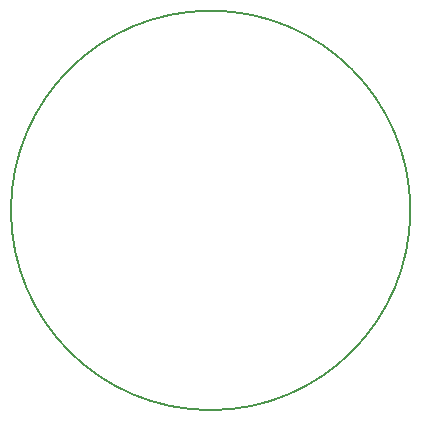
<source format=gbr>
G04 #@! TF.GenerationSoftware,KiCad,Pcbnew,(5.1.2)-2*
G04 #@! TF.CreationDate,2019-07-23T13:27:12-04:00*
G04 #@! TF.ProjectId,light_monitor,6c696768-745f-46d6-9f6e-69746f722e6b,R001*
G04 #@! TF.SameCoordinates,Original*
G04 #@! TF.FileFunction,Profile,NP*
%FSLAX46Y46*%
G04 Gerber Fmt 4.6, Leading zero omitted, Abs format (unit mm)*
G04 Created by KiCad (PCBNEW (5.1.2)-2) date 2019-07-23 13:27:12*
%MOMM*%
%LPD*%
G04 APERTURE LIST*
%ADD10C,0.150000*%
G04 APERTURE END LIST*
D10*
X130267775Y-105232200D02*
G75*
G03X130267775Y-105232200I-16907575J0D01*
G01*
M02*

</source>
